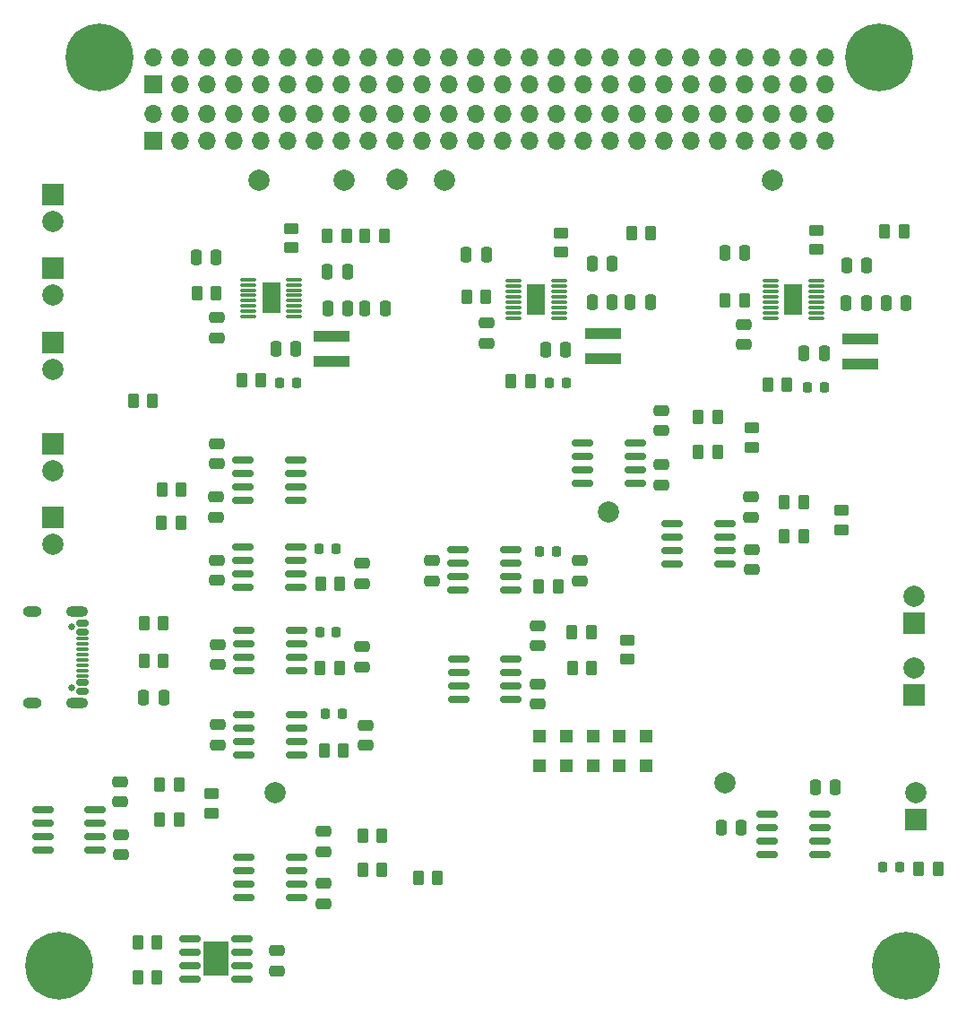
<source format=gbr>
%TF.GenerationSoftware,KiCad,Pcbnew,8.0.3*%
%TF.CreationDate,2024-09-23T14:32:18+01:00*%
%TF.ProjectId,Untitled,556e7469-746c-4656-942e-6b696361645f,rev?*%
%TF.SameCoordinates,Original*%
%TF.FileFunction,Soldermask,Top*%
%TF.FilePolarity,Negative*%
%FSLAX46Y46*%
G04 Gerber Fmt 4.6, Leading zero omitted, Abs format (unit mm)*
G04 Created by KiCad (PCBNEW 8.0.3) date 2024-09-23 14:32:18*
%MOMM*%
%LPD*%
G01*
G04 APERTURE LIST*
G04 Aperture macros list*
%AMRoundRect*
0 Rectangle with rounded corners*
0 $1 Rounding radius*
0 $2 $3 $4 $5 $6 $7 $8 $9 X,Y pos of 4 corners*
0 Add a 4 corners polygon primitive as box body*
4,1,4,$2,$3,$4,$5,$6,$7,$8,$9,$2,$3,0*
0 Add four circle primitives for the rounded corners*
1,1,$1+$1,$2,$3*
1,1,$1+$1,$4,$5*
1,1,$1+$1,$6,$7*
1,1,$1+$1,$8,$9*
0 Add four rect primitives between the rounded corners*
20,1,$1+$1,$2,$3,$4,$5,0*
20,1,$1+$1,$4,$5,$6,$7,0*
20,1,$1+$1,$6,$7,$8,$9,0*
20,1,$1+$1,$8,$9,$2,$3,0*%
G04 Aperture macros list end*
%ADD10RoundRect,0.250000X-0.262500X-0.450000X0.262500X-0.450000X0.262500X0.450000X-0.262500X0.450000X0*%
%ADD11RoundRect,0.250000X-0.250000X-0.475000X0.250000X-0.475000X0.250000X0.475000X-0.250000X0.475000X0*%
%ADD12RoundRect,0.218750X-0.218750X-0.256250X0.218750X-0.256250X0.218750X0.256250X-0.218750X0.256250X0*%
%ADD13RoundRect,0.250000X0.475000X-0.250000X0.475000X0.250000X-0.475000X0.250000X-0.475000X-0.250000X0*%
%ADD14RoundRect,0.250000X-0.475000X0.250000X-0.475000X-0.250000X0.475000X-0.250000X0.475000X0.250000X0*%
%ADD15RoundRect,0.075000X-0.650000X-0.075000X0.650000X-0.075000X0.650000X0.075000X-0.650000X0.075000X0*%
%ADD16R,1.651000X2.845000*%
%ADD17RoundRect,0.250000X0.262500X0.450000X-0.262500X0.450000X-0.262500X-0.450000X0.262500X-0.450000X0*%
%ADD18C,6.400000*%
%ADD19RoundRect,0.250000X0.450000X-0.262500X0.450000X0.262500X-0.450000X0.262500X-0.450000X-0.262500X0*%
%ADD20R,2.000000X2.000000*%
%ADD21C,2.000000*%
%ADD22R,1.200000X1.200000*%
%ADD23RoundRect,0.218750X0.218750X0.256250X-0.218750X0.256250X-0.218750X-0.256250X0.218750X-0.256250X0*%
%ADD24RoundRect,0.250000X0.250000X0.475000X-0.250000X0.475000X-0.250000X-0.475000X0.250000X-0.475000X0*%
%ADD25RoundRect,0.150000X-0.825000X-0.150000X0.825000X-0.150000X0.825000X0.150000X-0.825000X0.150000X0*%
%ADD26RoundRect,0.250000X-0.450000X0.262500X-0.450000X-0.262500X0.450000X-0.262500X0.450000X0.262500X0*%
%ADD27C,0.650000*%
%ADD28RoundRect,0.150000X-0.425000X0.150000X-0.425000X-0.150000X0.425000X-0.150000X0.425000X0.150000X0*%
%ADD29RoundRect,0.075000X-0.500000X0.075000X-0.500000X-0.075000X0.500000X-0.075000X0.500000X0.075000X0*%
%ADD30O,2.100000X1.000000*%
%ADD31O,1.800000X1.000000*%
%ADD32R,2.410000X3.300000*%
%ADD33R,3.400000X0.980000*%
%ADD34RoundRect,0.150000X0.825000X0.150000X-0.825000X0.150000X-0.825000X-0.150000X0.825000X-0.150000X0*%
%ADD35R,1.700000X1.700000*%
%ADD36O,1.700000X1.700000*%
G04 APERTURE END LIST*
D10*
%TO.C,R28*%
X99718462Y-112693548D03*
X101543462Y-112693548D03*
%TD*%
D11*
%TO.C,C21*%
X153186396Y-78206622D03*
X155086396Y-78206622D03*
%TD*%
D12*
%TO.C,D1*%
X145779565Y-86215805D03*
X147354565Y-86215805D03*
%TD*%
D13*
%TO.C,C15*%
X95670926Y-141298371D03*
X95670926Y-139398371D03*
%TD*%
D14*
%TO.C,C28*%
X103697807Y-102822181D03*
X103697807Y-104722181D03*
%TD*%
D11*
%TO.C,C9*%
X129050000Y-78130000D03*
X130950000Y-78130000D03*
%TD*%
D15*
%TO.C,U6*%
X142284104Y-76147685D03*
X142284104Y-76647685D03*
X142284104Y-77147685D03*
X142284104Y-77647685D03*
X142284104Y-78147685D03*
X142284104Y-78647685D03*
X142284104Y-79147685D03*
X142284104Y-79647685D03*
X146584104Y-79647685D03*
X146584104Y-79147685D03*
X146584104Y-78647685D03*
X146584104Y-78147685D03*
X146584104Y-77647685D03*
X146584104Y-77147685D03*
X146584104Y-76647685D03*
X146584104Y-76147685D03*
D16*
X144434104Y-77897685D03*
%TD*%
D17*
%TO.C,R5*%
X115412500Y-77630000D03*
X113587500Y-77630000D03*
%TD*%
%TO.C,R7*%
X139812263Y-78000000D03*
X137987263Y-78000000D03*
%TD*%
D14*
%TO.C,C30*%
X104025000Y-118100000D03*
X104025000Y-120000000D03*
%TD*%
D11*
%TO.C,C19*%
X137965699Y-73500000D03*
X139865699Y-73500000D03*
%TD*%
D18*
%TO.C,H3*%
X75080000Y-140810000D03*
%TD*%
D19*
%TO.C,R55*%
X89500000Y-126412500D03*
X89500000Y-124587500D03*
%TD*%
D20*
%TO.C,J16*%
X74500000Y-91500000D03*
D21*
X74500000Y-94040000D03*
%TD*%
D10*
%TO.C,R29*%
X99785307Y-104722181D03*
X101610307Y-104722181D03*
%TD*%
D13*
%TO.C,C20*%
X139803037Y-82167989D03*
X139803037Y-80267989D03*
%TD*%
D20*
%TO.C,J4*%
X74491311Y-82000000D03*
D21*
X74491311Y-84540000D03*
%TD*%
D19*
%TO.C,R43*%
X148979039Y-99656108D03*
X148979039Y-97831108D03*
%TD*%
D21*
%TO.C,TP3*%
X111483354Y-66609914D03*
%TD*%
D11*
%TO.C,C18*%
X146500000Y-124000000D03*
X148400000Y-124000000D03*
%TD*%
D20*
%TO.C,J9*%
X155850000Y-108500000D03*
D21*
X155850000Y-105960000D03*
%TD*%
%TO.C,TP8*%
X102029681Y-66637637D03*
%TD*%
D11*
%TO.C,C4*%
X88029819Y-73942612D03*
X89929819Y-73942612D03*
%TD*%
D22*
%TO.C,D8*%
X123000000Y-121900000D03*
X123000000Y-119100000D03*
%TD*%
D10*
%TO.C,R30*%
X100112500Y-120500000D03*
X101937500Y-120500000D03*
%TD*%
D14*
%TO.C,C48*%
X120307948Y-114189442D03*
X120307948Y-116089442D03*
%TD*%
D20*
%TO.C,J6*%
X74500000Y-74957894D03*
D21*
X74500000Y-77497894D03*
%TD*%
D14*
%TO.C,C14*%
X124263582Y-102550000D03*
X124263582Y-104450000D03*
%TD*%
D10*
%TO.C,R18*%
X83087500Y-108496898D03*
X84912500Y-108496898D03*
%TD*%
D17*
%TO.C,R46*%
X137311163Y-92322218D03*
X135486163Y-92322218D03*
%TD*%
D21*
%TO.C,TP4*%
X127000000Y-98000000D03*
%TD*%
D17*
%TO.C,R48*%
X145434037Y-100246316D03*
X143609037Y-100246316D03*
%TD*%
D19*
%TO.C,R45*%
X140503873Y-91844379D03*
X140503873Y-90019379D03*
%TD*%
D23*
%TO.C,D5*%
X154500000Y-131500000D03*
X152925000Y-131500000D03*
%TD*%
D11*
%TO.C,C23*%
X149473325Y-74677534D03*
X151373325Y-74677534D03*
%TD*%
D14*
%TO.C,C46*%
X80920322Y-128418431D03*
X80920322Y-130318431D03*
%TD*%
D17*
%TO.C,R47*%
X145435742Y-97061808D03*
X143610742Y-97061808D03*
%TD*%
D20*
%TO.C,J10*%
X156000000Y-127040000D03*
D21*
X156000000Y-124500000D03*
%TD*%
%TO.C,TP5*%
X142489567Y-66646870D03*
%TD*%
D11*
%TO.C,C11*%
X125444145Y-74486059D03*
X127344145Y-74486059D03*
%TD*%
D13*
%TO.C,C51*%
X89933489Y-98447240D03*
X89933489Y-96547240D03*
%TD*%
D17*
%TO.C,R51*%
X105574982Y-128499976D03*
X103749982Y-128499976D03*
%TD*%
D11*
%TO.C,C24*%
X145459447Y-82997460D03*
X147359447Y-82997460D03*
%TD*%
D17*
%TO.C,R50*%
X125380384Y-112739251D03*
X123555384Y-112739251D03*
%TD*%
D24*
%TO.C,C5*%
X105887438Y-78742070D03*
X103987438Y-78742070D03*
%TD*%
D17*
%TO.C,R1*%
X102260851Y-71862454D03*
X100435851Y-71862454D03*
%TD*%
D10*
%TO.C,R52*%
X109000000Y-132500000D03*
X110825000Y-132500000D03*
%TD*%
D13*
%TO.C,C50*%
X89945889Y-93400316D03*
X89945889Y-91500316D03*
%TD*%
D22*
%TO.C,D9*%
X120500000Y-121900000D03*
X120500000Y-119100000D03*
%TD*%
D13*
%TO.C,C40*%
X140481617Y-98450000D03*
X140481617Y-96550000D03*
%TD*%
D22*
%TO.C,D10*%
X130500000Y-121900000D03*
X130500000Y-119100000D03*
%TD*%
%TO.C,D11*%
X125500000Y-121900000D03*
X125500000Y-119100000D03*
%TD*%
D21*
%TO.C,TP1*%
X106992166Y-66582190D03*
%TD*%
D20*
%TO.C,J5*%
X74500000Y-98460000D03*
D21*
X74500000Y-101000000D03*
%TD*%
D17*
%TO.C,R2*%
X89923443Y-77349811D03*
X88098443Y-77349811D03*
%TD*%
D15*
%TO.C,U2*%
X118000000Y-76150000D03*
X118000000Y-76650000D03*
X118000000Y-77150000D03*
X118000000Y-77650000D03*
X118000000Y-78150000D03*
X118000000Y-78650000D03*
X118000000Y-79150000D03*
X118000000Y-79650000D03*
X122300000Y-79650000D03*
X122300000Y-79150000D03*
X122300000Y-78650000D03*
X122300000Y-78150000D03*
X122300000Y-77650000D03*
X122300000Y-77150000D03*
X122300000Y-76650000D03*
X122300000Y-76150000D03*
D16*
X120150000Y-77900000D03*
%TD*%
D13*
%TO.C,C25*%
X90049398Y-112390551D03*
X90049398Y-110490551D03*
%TD*%
D25*
%TO.C,U17*%
X73525000Y-126095000D03*
X73525000Y-127365000D03*
X73525000Y-128635000D03*
X73525000Y-129905000D03*
X78475000Y-129905000D03*
X78475000Y-128635000D03*
X78475000Y-127365000D03*
X78475000Y-126095000D03*
%TD*%
D26*
%TO.C,R9*%
X146630716Y-71344598D03*
X146630716Y-73169598D03*
%TD*%
D27*
%TO.C,J7*%
X76246508Y-108797513D03*
X76246508Y-114577513D03*
D28*
X77321508Y-108487513D03*
X77321508Y-109287513D03*
D29*
X77321508Y-110437513D03*
X77321508Y-111437513D03*
X77321508Y-111937513D03*
X77321508Y-112937513D03*
D28*
X77321508Y-114087513D03*
X77321508Y-114887513D03*
X77321508Y-114887513D03*
X77321508Y-114087513D03*
D29*
X77321508Y-113437513D03*
X77321508Y-112437513D03*
X77321508Y-110937513D03*
X77321508Y-109937513D03*
D28*
X77321508Y-109287513D03*
X77321508Y-108487513D03*
D30*
X76746508Y-107367513D03*
D31*
X72566508Y-107367513D03*
D30*
X76746508Y-116007513D03*
D31*
X72566508Y-116007513D03*
%TD*%
D21*
%TO.C,TP2*%
X95500000Y-124500000D03*
%TD*%
D23*
%TO.C,D4*%
X122075000Y-101711209D03*
X120500000Y-101711209D03*
%TD*%
D26*
%TO.C,R6*%
X122500000Y-71630000D03*
X122500000Y-73455000D03*
%TD*%
D25*
%TO.C,U4*%
X87425000Y-138270000D03*
X87425000Y-139540000D03*
X87425000Y-140810000D03*
X87425000Y-142080000D03*
X92375000Y-142080000D03*
X92375000Y-140810000D03*
X92375000Y-139540000D03*
X92375000Y-138270000D03*
D32*
X89900000Y-140175000D03*
%TD*%
D25*
%TO.C,U16*%
X92563109Y-130564194D03*
X92563109Y-131834194D03*
X92563109Y-133104194D03*
X92563109Y-134374194D03*
X97513109Y-134374194D03*
X97513109Y-133104194D03*
X97513109Y-131834194D03*
X97513109Y-130564194D03*
%TD*%
D18*
%TO.C,H4*%
X155090000Y-140810000D03*
%TD*%
D10*
%TO.C,R57*%
X84799477Y-95857924D03*
X86624477Y-95857924D03*
%TD*%
D11*
%TO.C,C12*%
X121050000Y-82630000D03*
X122950000Y-82630000D03*
%TD*%
D13*
%TO.C,C27*%
X90009295Y-104417327D03*
X90009295Y-102517327D03*
%TD*%
D12*
%TO.C,D3*%
X121400410Y-85799902D03*
X122975410Y-85799902D03*
%TD*%
D10*
%TO.C,R10*%
X153087500Y-71500000D03*
X154912500Y-71500000D03*
%TD*%
D25*
%TO.C,U10*%
X92541797Y-109187400D03*
X92541797Y-110457400D03*
X92541797Y-111727400D03*
X92541797Y-112997400D03*
X97491797Y-112997400D03*
X97491797Y-111727400D03*
X97491797Y-110457400D03*
X97491797Y-109187400D03*
%TD*%
%TO.C,U11*%
X92463879Y-101307181D03*
X92463879Y-102577181D03*
X92463879Y-103847181D03*
X92463879Y-105117181D03*
X97413879Y-105117181D03*
X97413879Y-103847181D03*
X97413879Y-102577181D03*
X97413879Y-101307181D03*
%TD*%
D21*
%TO.C,TP6*%
X138000000Y-123500000D03*
%TD*%
D11*
%TO.C,C22*%
X149449763Y-78222969D03*
X151349763Y-78222969D03*
%TD*%
D10*
%TO.C,R58*%
X82087500Y-87500000D03*
X83912500Y-87500000D03*
%TD*%
D25*
%TO.C,U18*%
X133025000Y-99095000D03*
X133025000Y-100365000D03*
X133025000Y-101635000D03*
X133025000Y-102905000D03*
X137975000Y-102905000D03*
X137975000Y-101635000D03*
X137975000Y-100365000D03*
X137975000Y-99095000D03*
%TD*%
%TO.C,U9*%
X142000000Y-126500000D03*
X142000000Y-127770000D03*
X142000000Y-129040000D03*
X142000000Y-130310000D03*
X146950000Y-130310000D03*
X146950000Y-129040000D03*
X146950000Y-127770000D03*
X146950000Y-126500000D03*
%TD*%
D33*
%TO.C,L3*%
X150774585Y-81640211D03*
X150774585Y-84010211D03*
%TD*%
D20*
%TO.C,J3*%
X74500000Y-68000000D03*
D21*
X74500000Y-70540000D03*
%TD*%
D11*
%TO.C,C7*%
X113550000Y-73630000D03*
X115450000Y-73630000D03*
%TD*%
D14*
%TO.C,C47*%
X140487995Y-101487158D03*
X140487995Y-103387158D03*
%TD*%
D33*
%TO.C,L2*%
X126500000Y-81130000D03*
X126500000Y-83500000D03*
%TD*%
D22*
%TO.C,D12*%
X128000000Y-121900000D03*
X128000000Y-119100000D03*
%TD*%
D18*
%TO.C,H1*%
X78890000Y-55080000D03*
%TD*%
%TO.C,H2*%
X152550000Y-55080000D03*
%TD*%
D19*
%TO.C,R49*%
X128800740Y-111865718D03*
X128800740Y-110040718D03*
%TD*%
D10*
%TO.C,R17*%
X83087500Y-111989798D03*
X84912500Y-111989798D03*
%TD*%
D11*
%TO.C,C2*%
X100462845Y-78736780D03*
X102362845Y-78736780D03*
%TD*%
D13*
%TO.C,C13*%
X110287500Y-104450000D03*
X110287500Y-102550000D03*
%TD*%
D17*
%TO.C,R54*%
X86407285Y-123734857D03*
X84582285Y-123734857D03*
%TD*%
D10*
%TO.C,R16*%
X82491084Y-141942362D03*
X84316084Y-141942362D03*
%TD*%
D12*
%TO.C,D2*%
X95923651Y-85736961D03*
X97498651Y-85736961D03*
%TD*%
D10*
%TO.C,R8*%
X129175000Y-71630000D03*
X131000000Y-71630000D03*
%TD*%
D13*
%TO.C,C29*%
X90025000Y-119950000D03*
X90025000Y-118050000D03*
%TD*%
D11*
%TO.C,C6*%
X100417021Y-75293669D03*
X102317021Y-75293669D03*
%TD*%
D13*
%TO.C,C8*%
X115500000Y-82030000D03*
X115500000Y-80130000D03*
%TD*%
D10*
%TO.C,R13*%
X117759069Y-85622791D03*
X119584069Y-85622791D03*
%TD*%
D17*
%TO.C,R3*%
X105786534Y-71854042D03*
X103961534Y-71854042D03*
%TD*%
D13*
%TO.C,C42*%
X132003873Y-90294379D03*
X132003873Y-88394379D03*
%TD*%
D25*
%TO.C,U3*%
X112787500Y-101500000D03*
X112787500Y-102770000D03*
X112787500Y-104040000D03*
X112787500Y-105310000D03*
X117737500Y-105310000D03*
X117737500Y-104040000D03*
X117737500Y-102770000D03*
X117737500Y-101500000D03*
%TD*%
D15*
%TO.C,U1*%
X92955000Y-76020000D03*
X92955000Y-76520000D03*
X92955000Y-77020000D03*
X92955000Y-77520000D03*
X92955000Y-78020000D03*
X92955000Y-78520000D03*
X92955000Y-79020000D03*
X92955000Y-79520000D03*
X97255000Y-79520000D03*
X97255000Y-79020000D03*
X97255000Y-78520000D03*
X97255000Y-78020000D03*
X97255000Y-77520000D03*
X97255000Y-77020000D03*
X97255000Y-76520000D03*
X97255000Y-76020000D03*
D16*
X95105000Y-77770000D03*
%TD*%
D25*
%TO.C,U20*%
X124528873Y-91439379D03*
X124528873Y-92709379D03*
X124528873Y-93979379D03*
X124528873Y-95249379D03*
X129478873Y-95249379D03*
X129478873Y-93979379D03*
X129478873Y-92709379D03*
X129478873Y-91439379D03*
%TD*%
D34*
%TO.C,U21*%
X97406237Y-96905000D03*
X97406237Y-95635000D03*
X97406237Y-94365000D03*
X97406237Y-93095000D03*
X92456237Y-93095000D03*
X92456237Y-94365000D03*
X92456237Y-95635000D03*
X92456237Y-96905000D03*
%TD*%
D17*
%TO.C,R53*%
X105574983Y-131717748D03*
X103749983Y-131717748D03*
%TD*%
D13*
%TO.C,C43*%
X100029276Y-130018926D03*
X100029276Y-128118926D03*
%TD*%
D24*
%TO.C,C16*%
X84950000Y-115500000D03*
X83050000Y-115500000D03*
%TD*%
D23*
%TO.C,D7*%
X101203724Y-101421548D03*
X99628724Y-101421548D03*
%TD*%
D25*
%TO.C,U14*%
X92525000Y-117095000D03*
X92525000Y-118365000D03*
X92525000Y-119635000D03*
X92525000Y-120905000D03*
X97475000Y-120905000D03*
X97475000Y-119635000D03*
X97475000Y-118365000D03*
X97475000Y-117095000D03*
%TD*%
D35*
%TO.C,J2*%
X83970000Y-57620000D03*
D36*
X83970000Y-55080000D03*
X86510000Y-57620000D03*
X86510000Y-55080000D03*
X89050000Y-57620000D03*
X89050000Y-55080000D03*
X91590000Y-57620000D03*
X91590000Y-55080000D03*
X94130000Y-57620000D03*
X94130000Y-55080000D03*
X96670000Y-57620000D03*
X96670000Y-55080000D03*
X99210000Y-57620000D03*
X99210000Y-55080000D03*
X101750000Y-57620000D03*
X101750000Y-55080000D03*
X104290000Y-57620000D03*
X104290000Y-55080000D03*
X106830000Y-57620000D03*
X106830000Y-55080000D03*
X109370000Y-57620000D03*
X109370000Y-55080000D03*
X111910000Y-57620000D03*
X111910000Y-55080000D03*
X114450000Y-57620000D03*
X114450000Y-55080000D03*
X116990000Y-57620000D03*
X116990000Y-55080000D03*
X119530000Y-57620000D03*
X119530000Y-55080000D03*
X122070000Y-57620000D03*
X122070000Y-55080000D03*
X124610000Y-57620000D03*
X124610000Y-55080000D03*
X127150000Y-57620000D03*
X127150000Y-55080000D03*
X129690000Y-57620000D03*
X129690000Y-55080000D03*
X132230000Y-57620000D03*
X132230000Y-55080000D03*
X134770000Y-57620000D03*
X134770000Y-55080000D03*
X137310000Y-57620000D03*
X137310000Y-55080000D03*
X139850000Y-57620000D03*
X139850000Y-55080000D03*
X142390000Y-57620000D03*
X142390000Y-55080000D03*
X144930000Y-57620000D03*
X144930000Y-55080000D03*
X147470000Y-57620000D03*
X147470000Y-55080000D03*
%TD*%
D35*
%TO.C,J1*%
X83970000Y-62900000D03*
D36*
X83970000Y-60360000D03*
X86510000Y-62900000D03*
X86510000Y-60360000D03*
X89050000Y-62900000D03*
X89050000Y-60360000D03*
X91590000Y-62900000D03*
X91590000Y-60360000D03*
X94130000Y-62900000D03*
X94130000Y-60360000D03*
X96670000Y-62900000D03*
X96670000Y-60360000D03*
X99210000Y-62900000D03*
X99210000Y-60360000D03*
X101750000Y-62900000D03*
X101750000Y-60360000D03*
X104290000Y-62900000D03*
X104290000Y-60360000D03*
X106830000Y-62900000D03*
X106830000Y-60360000D03*
X109370000Y-62900000D03*
X109370000Y-60360000D03*
X111910000Y-62900000D03*
X111910000Y-60360000D03*
X114450000Y-62900000D03*
X114450000Y-60360000D03*
X116990000Y-62900000D03*
X116990000Y-60360000D03*
X119530000Y-62900000D03*
X119530000Y-60360000D03*
X122070000Y-62900000D03*
X122070000Y-60360000D03*
X124610000Y-62900000D03*
X124610000Y-60360000D03*
X127150000Y-62900000D03*
X127150000Y-60360000D03*
X129690000Y-62900000D03*
X129690000Y-60360000D03*
X132230000Y-62900000D03*
X132230000Y-60360000D03*
X134770000Y-62900000D03*
X134770000Y-60360000D03*
X137310000Y-62900000D03*
X137310000Y-60360000D03*
X139850000Y-62900000D03*
X139850000Y-60360000D03*
X142390000Y-62900000D03*
X142390000Y-60360000D03*
X144930000Y-62900000D03*
X144930000Y-60360000D03*
X147470000Y-62900000D03*
X147470000Y-60360000D03*
%TD*%
D13*
%TO.C,C41*%
X120283465Y-110604025D03*
X120283465Y-108704025D03*
%TD*%
D10*
%TO.C,R11*%
X142018744Y-85978020D03*
X143843744Y-85978020D03*
%TD*%
D11*
%TO.C,C3*%
X95550801Y-82521602D03*
X97450801Y-82521602D03*
%TD*%
D10*
%TO.C,R59*%
X84764963Y-98987523D03*
X86589963Y-98987523D03*
%TD*%
D17*
%TO.C,R27*%
X158109332Y-131692221D03*
X156284332Y-131692221D03*
%TD*%
D13*
%TO.C,C1*%
X90020000Y-81510000D03*
X90020000Y-79610000D03*
%TD*%
D17*
%TO.C,R42*%
X137274114Y-89004874D03*
X135449114Y-89004874D03*
%TD*%
D21*
%TO.C,TP7*%
X93989901Y-66609914D03*
%TD*%
D25*
%TO.C,U19*%
X112815854Y-111844025D03*
X112815854Y-113114025D03*
X112815854Y-114384025D03*
X112815854Y-115654025D03*
X117765854Y-115654025D03*
X117765854Y-114384025D03*
X117765854Y-113114025D03*
X117765854Y-111844025D03*
%TD*%
D23*
%TO.C,D6*%
X101283958Y-109280812D03*
X99708958Y-109280812D03*
%TD*%
D33*
%TO.C,L1*%
X100845013Y-81375000D03*
X100845013Y-83745000D03*
%TD*%
D17*
%TO.C,R15*%
X84321347Y-138619609D03*
X82496347Y-138619609D03*
%TD*%
D26*
%TO.C,R4*%
X96995857Y-71178417D03*
X96995857Y-73003417D03*
%TD*%
D11*
%TO.C,C10*%
X125447442Y-78124993D03*
X127347442Y-78124993D03*
%TD*%
D14*
%TO.C,C49*%
X132000000Y-93500000D03*
X132000000Y-95400000D03*
%TD*%
D20*
%TO.C,J8*%
X155850000Y-115275000D03*
D21*
X155850000Y-112735000D03*
%TD*%
D17*
%TO.C,R56*%
X86412500Y-127000000D03*
X84587500Y-127000000D03*
%TD*%
D10*
%TO.C,R12*%
X92342892Y-85556661D03*
X94167892Y-85556661D03*
%TD*%
D14*
%TO.C,C26*%
X103681249Y-110690957D03*
X103681249Y-112590957D03*
%TD*%
D13*
%TO.C,C44*%
X80851126Y-125328812D03*
X80851126Y-123428812D03*
%TD*%
D17*
%TO.C,R44*%
X125342696Y-109318575D03*
X123517696Y-109318575D03*
%TD*%
D24*
%TO.C,C17*%
X139543404Y-127774303D03*
X137643404Y-127774303D03*
%TD*%
D14*
%TO.C,C45*%
X100058855Y-133034893D03*
X100058855Y-134934893D03*
%TD*%
D23*
%TO.C,D13*%
X101812500Y-117000000D03*
X100237500Y-117000000D03*
%TD*%
D10*
%TO.C,R14*%
X120375000Y-105017258D03*
X122200000Y-105017258D03*
%TD*%
M02*

</source>
